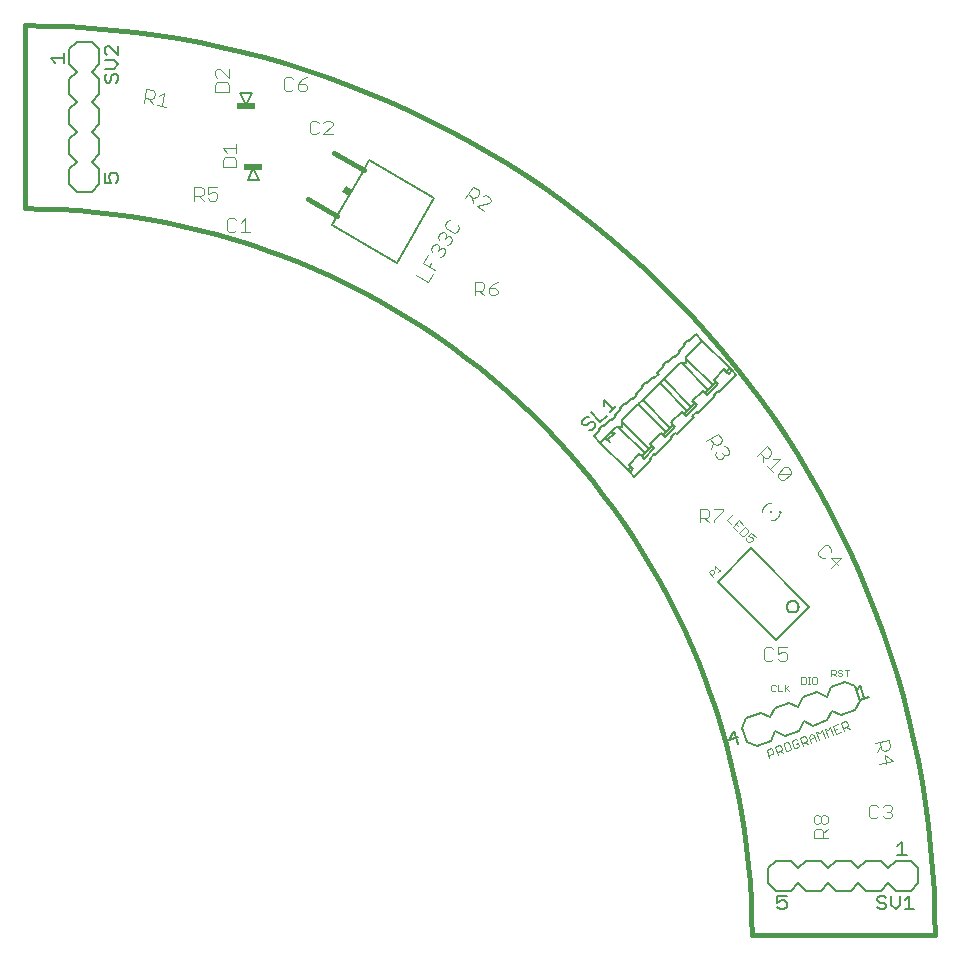
<source format=gto>
G75*
%MOIN*%
%OFA0B0*%
%FSLAX25Y25*%
%IPPOS*%
%LPD*%
%AMOC8*
5,1,8,0,0,1.08239X$1,22.5*
%
%ADD10C,0.01600*%
%ADD11C,0.00200*%
%ADD12C,0.00400*%
%ADD13C,0.00500*%
%ADD14R,0.02500X0.02500*%
%ADD15C,0.00800*%
%ADD16R,0.06200X0.02400*%
%ADD17R,0.00787X0.00787*%
%ADD18R,0.00591X0.00984*%
%ADD19C,0.00300*%
%ADD20C,0.00600*%
D10*
X0050737Y0333847D02*
X0058061Y0333758D01*
X0065381Y0333493D01*
X0072693Y0333051D01*
X0079991Y0332432D01*
X0087273Y0331637D01*
X0094533Y0330666D01*
X0101768Y0329520D01*
X0108973Y0328200D01*
X0116143Y0326706D01*
X0123276Y0325039D01*
X0130366Y0323200D01*
X0137410Y0321191D01*
X0144403Y0319012D01*
X0151342Y0316664D01*
X0158221Y0314150D01*
X0165038Y0311470D01*
X0171788Y0308626D01*
X0178468Y0305620D01*
X0185073Y0302453D01*
X0191599Y0299128D01*
X0198043Y0295645D01*
X0204402Y0292009D01*
X0210670Y0288219D01*
X0216845Y0284279D01*
X0222923Y0280192D01*
X0228901Y0275958D01*
X0234774Y0271581D01*
X0240540Y0267064D01*
X0246195Y0262409D01*
X0251736Y0257618D01*
X0257160Y0252695D01*
X0262463Y0247642D01*
X0267642Y0242463D01*
X0272695Y0237160D01*
X0277618Y0231736D01*
X0282409Y0226195D01*
X0287064Y0220540D01*
X0291581Y0214774D01*
X0295958Y0208901D01*
X0300192Y0202923D01*
X0304279Y0196845D01*
X0308219Y0190670D01*
X0312009Y0184402D01*
X0315645Y0178043D01*
X0319128Y0171599D01*
X0322453Y0165073D01*
X0325620Y0158468D01*
X0328626Y0151788D01*
X0331470Y0145038D01*
X0334150Y0138221D01*
X0336664Y0131342D01*
X0339012Y0124403D01*
X0341191Y0117410D01*
X0343200Y0110366D01*
X0345039Y0103276D01*
X0346706Y0096143D01*
X0348200Y0088973D01*
X0349520Y0081768D01*
X0350666Y0074533D01*
X0351637Y0067273D01*
X0352432Y0059991D01*
X0353051Y0052693D01*
X0353493Y0045381D01*
X0353758Y0038061D01*
X0353847Y0030737D01*
X0292824Y0030737D01*
X0292753Y0036587D01*
X0292541Y0042433D01*
X0292188Y0048273D01*
X0291694Y0054102D01*
X0291059Y0059917D01*
X0290284Y0065716D01*
X0289368Y0071494D01*
X0288314Y0077248D01*
X0287121Y0082976D01*
X0285789Y0088672D01*
X0284321Y0094335D01*
X0282716Y0099961D01*
X0280975Y0105546D01*
X0279101Y0111088D01*
X0277092Y0116582D01*
X0274952Y0122027D01*
X0272680Y0127418D01*
X0270279Y0132753D01*
X0267750Y0138028D01*
X0265094Y0143240D01*
X0262313Y0148387D01*
X0259409Y0153465D01*
X0256382Y0158472D01*
X0253236Y0163404D01*
X0249971Y0168258D01*
X0246589Y0173032D01*
X0243094Y0177723D01*
X0239486Y0182328D01*
X0235768Y0186845D01*
X0231942Y0191270D01*
X0228010Y0195602D01*
X0223974Y0199838D01*
X0219838Y0203974D01*
X0215602Y0208010D01*
X0211270Y0211942D01*
X0206845Y0215768D01*
X0202328Y0219486D01*
X0197723Y0223094D01*
X0193032Y0226589D01*
X0188258Y0229971D01*
X0183404Y0233236D01*
X0178472Y0236382D01*
X0173465Y0239409D01*
X0168387Y0242313D01*
X0163240Y0245094D01*
X0158028Y0247750D01*
X0152753Y0250279D01*
X0147418Y0252680D01*
X0142027Y0254952D01*
X0136582Y0257092D01*
X0131088Y0259101D01*
X0125546Y0260975D01*
X0119961Y0262716D01*
X0114335Y0264321D01*
X0108672Y0265789D01*
X0102976Y0267121D01*
X0097248Y0268314D01*
X0091494Y0269368D01*
X0085716Y0270284D01*
X0079917Y0271059D01*
X0074102Y0271694D01*
X0068273Y0272188D01*
X0062433Y0272541D01*
X0056587Y0272753D01*
X0050737Y0272824D01*
X0050737Y0333847D01*
X0145027Y0276097D02*
X0154770Y0270472D01*
X0163520Y0285628D02*
X0153777Y0291253D01*
D11*
X0280621Y0153648D02*
X0282178Y0152091D01*
X0281659Y0151572D02*
X0282697Y0152610D01*
X0280621Y0152610D02*
X0280621Y0153648D01*
X0279837Y0152345D02*
X0280356Y0151826D01*
X0280356Y0151307D01*
X0279578Y0150528D01*
X0280097Y0150009D02*
X0278540Y0151566D01*
X0279318Y0152345D01*
X0279837Y0152345D01*
X0309400Y0116602D02*
X0310501Y0116602D01*
X0310868Y0116235D01*
X0310868Y0114767D01*
X0310501Y0114400D01*
X0309400Y0114400D01*
X0309400Y0116602D01*
X0311610Y0116602D02*
X0312344Y0116602D01*
X0311977Y0116602D02*
X0311977Y0114400D01*
X0311610Y0114400D02*
X0312344Y0114400D01*
X0313083Y0114767D02*
X0313450Y0114400D01*
X0314184Y0114400D01*
X0314551Y0114767D01*
X0314551Y0116235D01*
X0314184Y0116602D01*
X0313450Y0116602D01*
X0313083Y0116235D01*
X0313083Y0114767D01*
X0319400Y0116900D02*
X0319400Y0119102D01*
X0320501Y0119102D01*
X0320868Y0118735D01*
X0320868Y0118001D01*
X0320501Y0117634D01*
X0319400Y0117634D01*
X0320134Y0117634D02*
X0320868Y0116900D01*
X0321610Y0117267D02*
X0321977Y0116900D01*
X0322711Y0116900D01*
X0323078Y0117267D01*
X0323078Y0117634D01*
X0322711Y0118001D01*
X0321977Y0118001D01*
X0321610Y0118368D01*
X0321610Y0118735D01*
X0321977Y0119102D01*
X0322711Y0119102D01*
X0323078Y0118735D01*
X0323820Y0119102D02*
X0325288Y0119102D01*
X0324554Y0119102D02*
X0324554Y0116900D01*
X0305288Y0114102D02*
X0303820Y0112634D01*
X0304187Y0113001D02*
X0305288Y0111900D01*
X0303820Y0111900D02*
X0303820Y0114102D01*
X0301610Y0114102D02*
X0301610Y0111900D01*
X0303078Y0111900D01*
X0300868Y0112267D02*
X0300501Y0111900D01*
X0299767Y0111900D01*
X0299400Y0112267D01*
X0299400Y0113735D01*
X0299767Y0114102D01*
X0300501Y0114102D01*
X0300868Y0113735D01*
D12*
X0302371Y0122000D02*
X0301604Y0122767D01*
X0302371Y0122000D02*
X0303906Y0122000D01*
X0304673Y0122767D01*
X0304673Y0124302D01*
X0303906Y0125069D01*
X0303139Y0125069D01*
X0301604Y0124302D01*
X0301604Y0126604D01*
X0304673Y0126604D01*
X0300069Y0125837D02*
X0299302Y0126604D01*
X0297767Y0126604D01*
X0297000Y0125837D01*
X0297000Y0122767D01*
X0297767Y0122000D01*
X0299302Y0122000D01*
X0300069Y0122767D01*
X0319466Y0152952D02*
X0322721Y0156208D01*
X0319466Y0156208D01*
X0321636Y0154037D01*
X0317296Y0156208D02*
X0316211Y0156208D01*
X0315125Y0157293D01*
X0315125Y0158378D01*
X0317296Y0160548D01*
X0318381Y0160548D01*
X0319466Y0159463D01*
X0319466Y0158378D01*
X0299439Y0174723D02*
X0299333Y0174726D01*
X0299227Y0174725D01*
X0299121Y0174721D01*
X0299016Y0174712D01*
X0298911Y0174700D01*
X0298806Y0174684D01*
X0298702Y0174664D01*
X0298598Y0174641D01*
X0298496Y0174613D01*
X0298395Y0174582D01*
X0298294Y0174548D01*
X0298196Y0174510D01*
X0298098Y0174468D01*
X0298002Y0174423D01*
X0297908Y0174374D01*
X0297816Y0174322D01*
X0297726Y0174266D01*
X0297637Y0174208D01*
X0297551Y0174146D01*
X0297468Y0174081D01*
X0297386Y0174013D01*
X0297307Y0173943D01*
X0297231Y0173869D01*
X0297157Y0173793D01*
X0297087Y0173714D01*
X0297019Y0173632D01*
X0296954Y0173549D01*
X0296892Y0173463D01*
X0296834Y0173374D01*
X0296778Y0173284D01*
X0296726Y0173192D01*
X0296677Y0173098D01*
X0296632Y0173002D01*
X0296590Y0172904D01*
X0296552Y0172806D01*
X0296518Y0172705D01*
X0296487Y0172604D01*
X0296459Y0172502D01*
X0296436Y0172398D01*
X0296416Y0172294D01*
X0296400Y0172189D01*
X0296388Y0172084D01*
X0296379Y0171979D01*
X0296375Y0171873D01*
X0296374Y0171767D01*
X0296377Y0171661D01*
X0299161Y0168877D02*
X0299267Y0168874D01*
X0299373Y0168875D01*
X0299479Y0168879D01*
X0299584Y0168888D01*
X0299689Y0168900D01*
X0299794Y0168916D01*
X0299898Y0168936D01*
X0300002Y0168959D01*
X0300104Y0168987D01*
X0300205Y0169018D01*
X0300306Y0169052D01*
X0300404Y0169090D01*
X0300502Y0169132D01*
X0300598Y0169177D01*
X0300692Y0169226D01*
X0300784Y0169278D01*
X0300874Y0169334D01*
X0300963Y0169392D01*
X0301049Y0169454D01*
X0301132Y0169519D01*
X0301214Y0169587D01*
X0301293Y0169657D01*
X0301369Y0169731D01*
X0301443Y0169807D01*
X0301513Y0169886D01*
X0301581Y0169968D01*
X0301646Y0170051D01*
X0301708Y0170137D01*
X0301766Y0170226D01*
X0301822Y0170316D01*
X0301874Y0170408D01*
X0301923Y0170502D01*
X0301968Y0170598D01*
X0302010Y0170696D01*
X0302048Y0170794D01*
X0302082Y0170895D01*
X0302113Y0170996D01*
X0302141Y0171098D01*
X0302164Y0171202D01*
X0302184Y0171306D01*
X0302200Y0171411D01*
X0302212Y0171516D01*
X0302221Y0171621D01*
X0302225Y0171727D01*
X0302226Y0171833D01*
X0302223Y0171939D01*
X0302721Y0182197D02*
X0301636Y0183282D01*
X0301636Y0184367D01*
X0305977Y0184367D01*
X0303807Y0182197D01*
X0302721Y0182197D01*
X0301636Y0184367D02*
X0303807Y0186537D01*
X0304892Y0186537D01*
X0305977Y0185452D01*
X0305977Y0184367D01*
X0300009Y0184910D02*
X0297838Y0187080D01*
X0296753Y0188165D02*
X0296753Y0190336D01*
X0297296Y0189793D02*
X0295668Y0191421D01*
X0294583Y0190336D02*
X0297838Y0193591D01*
X0299466Y0191963D01*
X0299466Y0190878D01*
X0298381Y0189793D01*
X0297296Y0189793D01*
X0300009Y0189250D02*
X0302179Y0189250D01*
X0298923Y0185995D01*
X0285221Y0190971D02*
X0284583Y0190544D01*
X0283519Y0190755D01*
X0283308Y0189691D01*
X0282670Y0189264D01*
X0281606Y0189475D01*
X0280752Y0190750D01*
X0280963Y0191814D01*
X0279472Y0192663D02*
X0279893Y0194792D01*
X0280320Y0194154D02*
X0279039Y0196067D01*
X0277764Y0195213D02*
X0281590Y0197774D01*
X0282871Y0195862D01*
X0282660Y0194797D01*
X0281384Y0193943D01*
X0280320Y0194154D01*
X0283513Y0193522D02*
X0284578Y0193311D01*
X0285432Y0192036D01*
X0285221Y0190971D01*
X0283519Y0190755D02*
X0283092Y0191393D01*
X0283230Y0172780D02*
X0283230Y0172013D01*
X0280160Y0168944D01*
X0280160Y0168177D01*
X0278626Y0168177D02*
X0277091Y0169711D01*
X0277858Y0169711D02*
X0275556Y0169711D01*
X0275556Y0168177D02*
X0275556Y0172780D01*
X0277858Y0172780D01*
X0278626Y0172013D01*
X0278626Y0170479D01*
X0277858Y0169711D01*
X0280160Y0172780D02*
X0283230Y0172780D01*
X0208240Y0244643D02*
X0208240Y0245410D01*
X0207472Y0246178D01*
X0205170Y0246178D01*
X0205170Y0244643D01*
X0205938Y0243876D01*
X0207472Y0243876D01*
X0208240Y0244643D01*
X0206705Y0247712D02*
X0205170Y0246178D01*
X0203636Y0246178D02*
X0202868Y0245410D01*
X0200566Y0245410D01*
X0200566Y0243876D02*
X0200566Y0248480D01*
X0202868Y0248480D01*
X0203636Y0247712D01*
X0203636Y0246178D01*
X0202101Y0245410D02*
X0203636Y0243876D01*
X0206705Y0247712D02*
X0208240Y0248480D01*
X0192327Y0260924D02*
X0193094Y0262253D01*
X0192813Y0263301D01*
X0192149Y0263685D01*
X0191101Y0263404D01*
X0190717Y0262739D01*
X0191101Y0263404D02*
X0190820Y0264452D01*
X0190155Y0264836D01*
X0189107Y0264555D01*
X0188340Y0263226D01*
X0188621Y0262177D01*
X0187853Y0260848D02*
X0188518Y0260465D01*
X0188799Y0259417D01*
X0189847Y0259697D01*
X0190511Y0259314D01*
X0190792Y0258266D01*
X0190025Y0256937D01*
X0188977Y0256656D01*
X0188415Y0258752D02*
X0188799Y0259417D01*
X0187853Y0260848D02*
X0186805Y0260568D01*
X0186038Y0259238D01*
X0186319Y0258190D01*
X0184887Y0257245D02*
X0183352Y0254587D01*
X0187339Y0252285D01*
X0186572Y0250956D02*
X0185037Y0248298D01*
X0181050Y0250600D01*
X0185346Y0253436D02*
X0186113Y0254765D01*
X0191279Y0260643D02*
X0192327Y0260924D01*
X0193581Y0264630D02*
X0194629Y0264911D01*
X0195396Y0266240D01*
X0195115Y0267288D01*
X0192457Y0268823D02*
X0191409Y0268542D01*
X0190642Y0267213D01*
X0190923Y0266165D01*
X0193581Y0264630D01*
X0199923Y0274607D02*
X0199497Y0276735D01*
X0200136Y0276310D02*
X0201200Y0276522D01*
X0202051Y0277799D01*
X0201839Y0278863D01*
X0199924Y0280140D01*
X0197369Y0276310D01*
X0198221Y0277587D02*
X0200136Y0276310D01*
X0201199Y0273756D02*
X0205456Y0274606D01*
X0205882Y0275245D01*
X0205669Y0276309D01*
X0204392Y0277160D01*
X0203328Y0276948D01*
X0201199Y0273756D02*
X0203753Y0272053D01*
X0153159Y0297502D02*
X0150089Y0297502D01*
X0153159Y0300571D01*
X0153159Y0301338D01*
X0152391Y0302105D01*
X0150857Y0302105D01*
X0150089Y0301338D01*
X0148555Y0301338D02*
X0147787Y0302105D01*
X0146253Y0302105D01*
X0145485Y0301338D01*
X0145485Y0298269D01*
X0146253Y0297502D01*
X0147787Y0297502D01*
X0148555Y0298269D01*
X0143906Y0312000D02*
X0144673Y0312767D01*
X0144673Y0313535D01*
X0143906Y0314302D01*
X0141604Y0314302D01*
X0141604Y0312767D01*
X0142371Y0312000D01*
X0143906Y0312000D01*
X0141604Y0314302D02*
X0143139Y0315837D01*
X0144673Y0316604D01*
X0140069Y0315837D02*
X0139302Y0316604D01*
X0137767Y0316604D01*
X0137000Y0315837D01*
X0137000Y0312767D01*
X0137767Y0312000D01*
X0139302Y0312000D01*
X0140069Y0312767D01*
X0121100Y0294465D02*
X0121100Y0291396D01*
X0121100Y0292931D02*
X0116496Y0292931D01*
X0118031Y0291396D01*
X0117263Y0289861D02*
X0116496Y0289094D01*
X0116496Y0286792D01*
X0121100Y0286792D01*
X0121100Y0289094D01*
X0120333Y0289861D01*
X0117263Y0289861D01*
X0114785Y0279988D02*
X0111716Y0279988D01*
X0111716Y0277686D01*
X0113251Y0278453D01*
X0114018Y0278453D01*
X0114785Y0277686D01*
X0114785Y0276151D01*
X0114018Y0275384D01*
X0112483Y0275384D01*
X0111716Y0276151D01*
X0110181Y0275384D02*
X0108647Y0276918D01*
X0109414Y0276918D02*
X0107112Y0276918D01*
X0107112Y0275384D02*
X0107112Y0279988D01*
X0109414Y0279988D01*
X0110181Y0279220D01*
X0110181Y0277686D01*
X0109414Y0276918D01*
X0117985Y0268838D02*
X0118753Y0269605D01*
X0120287Y0269605D01*
X0121055Y0268838D01*
X0122589Y0268071D02*
X0124124Y0269605D01*
X0124124Y0265002D01*
X0122589Y0265002D02*
X0125659Y0265002D01*
X0121055Y0265769D02*
X0120287Y0265002D01*
X0118753Y0265002D01*
X0117985Y0265769D01*
X0117985Y0268838D01*
X0097715Y0306629D02*
X0094704Y0307225D01*
X0093199Y0307523D02*
X0091991Y0309326D01*
X0092744Y0309177D02*
X0090486Y0309624D01*
X0090188Y0308119D02*
X0091082Y0312635D01*
X0093340Y0312188D01*
X0093944Y0311286D01*
X0093646Y0309781D01*
X0092744Y0309177D01*
X0095300Y0310236D02*
X0097104Y0311443D01*
X0096210Y0306927D01*
X0113996Y0311792D02*
X0113996Y0314094D01*
X0114763Y0314861D01*
X0117833Y0314861D01*
X0118600Y0314094D01*
X0118600Y0311792D01*
X0113996Y0311792D01*
X0114763Y0316396D02*
X0113996Y0317163D01*
X0113996Y0318698D01*
X0114763Y0319465D01*
X0115531Y0319465D01*
X0118600Y0316396D01*
X0118600Y0319465D01*
X0333997Y0094584D02*
X0338512Y0095487D01*
X0338963Y0093229D01*
X0338361Y0092326D01*
X0336856Y0092026D01*
X0335953Y0092628D01*
X0335502Y0094885D01*
X0335803Y0093380D02*
X0334598Y0091575D01*
X0337156Y0090521D02*
X0337758Y0087511D01*
X0339865Y0088715D02*
X0337156Y0090521D01*
X0335350Y0087812D02*
X0339865Y0088715D01*
X0338906Y0074104D02*
X0337371Y0074104D01*
X0336604Y0073337D01*
X0335069Y0073337D02*
X0334302Y0074104D01*
X0332767Y0074104D01*
X0332000Y0073337D01*
X0332000Y0070267D01*
X0332767Y0069500D01*
X0334302Y0069500D01*
X0335069Y0070267D01*
X0336604Y0070267D02*
X0337371Y0069500D01*
X0338906Y0069500D01*
X0339673Y0070267D01*
X0339673Y0071035D01*
X0338906Y0071802D01*
X0338139Y0071802D01*
X0338906Y0071802D02*
X0339673Y0072569D01*
X0339673Y0073337D01*
X0338906Y0074104D01*
X0318217Y0069983D02*
X0318217Y0068448D01*
X0317450Y0067681D01*
X0316683Y0067681D01*
X0315915Y0068448D01*
X0315915Y0069983D01*
X0316683Y0070750D01*
X0317450Y0070750D01*
X0318217Y0069983D01*
X0315915Y0069983D02*
X0315148Y0070750D01*
X0314381Y0070750D01*
X0313613Y0069983D01*
X0313613Y0068448D01*
X0314381Y0067681D01*
X0315148Y0067681D01*
X0315915Y0068448D01*
X0315915Y0066146D02*
X0314381Y0066146D01*
X0313613Y0065379D01*
X0313613Y0063077D01*
X0318217Y0063077D01*
X0316683Y0063077D02*
X0316683Y0065379D01*
X0315915Y0066146D01*
X0316683Y0064611D02*
X0318217Y0066146D01*
D13*
X0304484Y0043676D02*
X0301482Y0043676D01*
X0301482Y0041424D01*
X0302983Y0042175D01*
X0303733Y0042175D01*
X0304484Y0041424D01*
X0304484Y0039923D01*
X0303733Y0039172D01*
X0302232Y0039172D01*
X0301482Y0039923D01*
X0334774Y0039923D02*
X0335524Y0039172D01*
X0337026Y0039172D01*
X0337776Y0039923D01*
X0337776Y0040673D01*
X0337026Y0041424D01*
X0335524Y0041424D01*
X0334774Y0042175D01*
X0334774Y0042925D01*
X0335524Y0043676D01*
X0337026Y0043676D01*
X0337776Y0042925D01*
X0339378Y0043676D02*
X0339378Y0040673D01*
X0340879Y0039172D01*
X0342380Y0040673D01*
X0342380Y0043676D01*
X0343981Y0042175D02*
X0345483Y0043676D01*
X0345483Y0039172D01*
X0346984Y0039172D02*
X0343981Y0039172D01*
X0344484Y0057172D02*
X0341482Y0057172D01*
X0342983Y0057172D02*
X0342983Y0061676D01*
X0341482Y0060175D01*
X0329001Y0109076D02*
X0331822Y0110103D01*
X0330411Y0109589D02*
X0328871Y0113822D01*
X0327974Y0111898D01*
X0300976Y0128989D02*
X0312111Y0140124D01*
X0292624Y0159611D01*
X0281489Y0148476D01*
X0300976Y0128989D01*
X0304575Y0140124D02*
X0304577Y0140212D01*
X0304583Y0140300D01*
X0304593Y0140388D01*
X0304607Y0140476D01*
X0304624Y0140562D01*
X0304646Y0140648D01*
X0304671Y0140732D01*
X0304701Y0140816D01*
X0304733Y0140898D01*
X0304770Y0140978D01*
X0304810Y0141057D01*
X0304854Y0141134D01*
X0304901Y0141209D01*
X0304951Y0141281D01*
X0305005Y0141352D01*
X0305061Y0141419D01*
X0305121Y0141485D01*
X0305183Y0141547D01*
X0305249Y0141607D01*
X0305316Y0141663D01*
X0305387Y0141717D01*
X0305459Y0141767D01*
X0305534Y0141814D01*
X0305611Y0141858D01*
X0305690Y0141898D01*
X0305770Y0141935D01*
X0305852Y0141967D01*
X0305936Y0141997D01*
X0306020Y0142022D01*
X0306106Y0142044D01*
X0306192Y0142061D01*
X0306280Y0142075D01*
X0306368Y0142085D01*
X0306456Y0142091D01*
X0306544Y0142093D01*
X0306632Y0142091D01*
X0306720Y0142085D01*
X0306808Y0142075D01*
X0306896Y0142061D01*
X0306982Y0142044D01*
X0307068Y0142022D01*
X0307152Y0141997D01*
X0307236Y0141967D01*
X0307318Y0141935D01*
X0307398Y0141898D01*
X0307477Y0141858D01*
X0307554Y0141814D01*
X0307629Y0141767D01*
X0307701Y0141717D01*
X0307772Y0141663D01*
X0307839Y0141607D01*
X0307905Y0141547D01*
X0307967Y0141485D01*
X0308027Y0141419D01*
X0308083Y0141352D01*
X0308137Y0141281D01*
X0308187Y0141209D01*
X0308234Y0141134D01*
X0308278Y0141057D01*
X0308318Y0140978D01*
X0308355Y0140898D01*
X0308387Y0140816D01*
X0308417Y0140732D01*
X0308442Y0140648D01*
X0308464Y0140562D01*
X0308481Y0140476D01*
X0308495Y0140388D01*
X0308505Y0140300D01*
X0308511Y0140212D01*
X0308513Y0140124D01*
X0308511Y0140036D01*
X0308505Y0139948D01*
X0308495Y0139860D01*
X0308481Y0139772D01*
X0308464Y0139686D01*
X0308442Y0139600D01*
X0308417Y0139516D01*
X0308387Y0139432D01*
X0308355Y0139350D01*
X0308318Y0139270D01*
X0308278Y0139191D01*
X0308234Y0139114D01*
X0308187Y0139039D01*
X0308137Y0138967D01*
X0308083Y0138896D01*
X0308027Y0138829D01*
X0307967Y0138763D01*
X0307905Y0138701D01*
X0307839Y0138641D01*
X0307772Y0138585D01*
X0307701Y0138531D01*
X0307629Y0138481D01*
X0307554Y0138434D01*
X0307477Y0138390D01*
X0307398Y0138350D01*
X0307318Y0138313D01*
X0307236Y0138281D01*
X0307152Y0138251D01*
X0307068Y0138226D01*
X0306982Y0138204D01*
X0306896Y0138187D01*
X0306808Y0138173D01*
X0306720Y0138163D01*
X0306632Y0138157D01*
X0306544Y0138155D01*
X0306456Y0138157D01*
X0306368Y0138163D01*
X0306280Y0138173D01*
X0306192Y0138187D01*
X0306106Y0138204D01*
X0306020Y0138226D01*
X0305936Y0138251D01*
X0305852Y0138281D01*
X0305770Y0138313D01*
X0305690Y0138350D01*
X0305611Y0138390D01*
X0305534Y0138434D01*
X0305459Y0138481D01*
X0305387Y0138531D01*
X0305316Y0138585D01*
X0305249Y0138641D01*
X0305183Y0138701D01*
X0305121Y0138763D01*
X0305061Y0138829D01*
X0305005Y0138896D01*
X0304951Y0138967D01*
X0304901Y0139039D01*
X0304854Y0139114D01*
X0304810Y0139191D01*
X0304770Y0139270D01*
X0304733Y0139350D01*
X0304701Y0139432D01*
X0304671Y0139516D01*
X0304646Y0139600D01*
X0304624Y0139686D01*
X0304607Y0139772D01*
X0304593Y0139860D01*
X0304583Y0139948D01*
X0304577Y0140036D01*
X0304575Y0140124D01*
X0286820Y0098517D02*
X0285474Y0095630D01*
X0288296Y0096657D01*
X0288361Y0094284D02*
X0286820Y0098517D01*
X0245616Y0194866D02*
X0244012Y0196470D01*
X0244814Y0195668D02*
X0247221Y0198074D01*
X0245616Y0198074D01*
X0242382Y0201641D02*
X0244506Y0203764D01*
X0245638Y0204896D02*
X0247761Y0207019D01*
X0246699Y0205958D02*
X0243515Y0209143D01*
X0243515Y0207019D01*
X0239198Y0204826D02*
X0242382Y0201641D01*
X0240719Y0201039D02*
X0240719Y0199978D01*
X0239658Y0198916D01*
X0238596Y0198916D01*
X0238065Y0200509D02*
X0239127Y0201570D01*
X0240189Y0201570D01*
X0240719Y0201039D01*
X0238065Y0200509D02*
X0237004Y0200509D01*
X0236473Y0201039D01*
X0236473Y0202101D01*
X0237535Y0203162D01*
X0238596Y0203162D01*
X0174545Y0254725D02*
X0152895Y0267225D01*
X0154770Y0270472D01*
X0163520Y0285628D01*
X0165395Y0288875D01*
X0187045Y0276375D01*
X0174545Y0254725D01*
X0081672Y0282232D02*
X0080921Y0281482D01*
X0081672Y0282232D02*
X0081672Y0283733D01*
X0080921Y0284484D01*
X0079420Y0284484D01*
X0078669Y0283733D01*
X0078669Y0282983D01*
X0079420Y0281482D01*
X0077168Y0281482D01*
X0077168Y0284484D01*
X0077919Y0314774D02*
X0078669Y0314774D01*
X0079420Y0315524D01*
X0079420Y0317026D01*
X0080171Y0317776D01*
X0080921Y0317776D01*
X0081672Y0317026D01*
X0081672Y0315524D01*
X0080921Y0314774D01*
X0077919Y0314774D02*
X0077168Y0315524D01*
X0077168Y0317026D01*
X0077919Y0317776D01*
X0077168Y0319378D02*
X0080171Y0319378D01*
X0081672Y0320879D01*
X0080171Y0322380D01*
X0077168Y0322380D01*
X0077919Y0323981D02*
X0077168Y0324732D01*
X0077168Y0326233D01*
X0077919Y0326984D01*
X0078669Y0326984D01*
X0081672Y0323981D01*
X0081672Y0326984D01*
X0063672Y0324484D02*
X0063672Y0321482D01*
X0063672Y0322983D02*
X0059168Y0322983D01*
X0060669Y0321482D01*
D14*
G36*
X0156355Y0278218D02*
X0157605Y0280382D01*
X0159769Y0279132D01*
X0158519Y0276968D01*
X0156355Y0278218D01*
G37*
D15*
X0128769Y0282331D02*
X0124831Y0282331D01*
X0126800Y0286269D01*
X0128769Y0282331D01*
X0124300Y0307331D02*
X0126269Y0311269D01*
X0122331Y0311269D01*
X0124300Y0307331D01*
D16*
X0124300Y0307100D03*
X0126800Y0286500D03*
D17*
G36*
X0299855Y0171800D02*
X0299300Y0171245D01*
X0298745Y0171800D01*
X0299300Y0172355D01*
X0299855Y0171800D01*
G37*
D18*
G36*
X0302918Y0171522D02*
X0302501Y0171105D01*
X0301806Y0171800D01*
X0302223Y0172217D01*
X0302918Y0171522D01*
G37*
D19*
X0294183Y0163305D02*
X0292815Y0164673D01*
X0291789Y0163647D01*
X0292815Y0163305D01*
X0293157Y0162963D01*
X0293157Y0162278D01*
X0292473Y0161594D01*
X0291789Y0161594D01*
X0291105Y0162278D01*
X0291105Y0162963D01*
X0290389Y0163678D02*
X0291758Y0165046D01*
X0291758Y0165730D01*
X0290731Y0166756D01*
X0288679Y0164704D01*
X0289705Y0163678D01*
X0290389Y0163678D01*
X0287964Y0165419D02*
X0286596Y0166788D01*
X0288648Y0168840D01*
X0290016Y0167472D01*
X0288306Y0167130D02*
X0287622Y0167814D01*
X0285880Y0167503D02*
X0284512Y0168871D01*
X0286564Y0170923D01*
X0319971Y0100429D02*
X0321789Y0101091D01*
X0322739Y0101437D02*
X0323732Y0098710D01*
X0323401Y0099619D02*
X0324765Y0100115D01*
X0325054Y0100735D01*
X0324723Y0101644D01*
X0324103Y0101934D01*
X0322739Y0101437D01*
X0324310Y0099950D02*
X0325550Y0099372D01*
X0322782Y0098364D02*
X0320963Y0097702D01*
X0319971Y0100429D01*
X0319020Y0100084D02*
X0320013Y0097356D01*
X0320467Y0099066D02*
X0321376Y0099397D01*
X0319020Y0100084D02*
X0318442Y0098843D01*
X0317202Y0099422D01*
X0318195Y0096694D01*
X0317244Y0096348D02*
X0316251Y0099076D01*
X0315673Y0097836D01*
X0314433Y0098414D01*
X0315426Y0095687D01*
X0314475Y0095341D02*
X0313813Y0097159D01*
X0312573Y0097737D01*
X0311995Y0096497D01*
X0312657Y0094679D01*
X0311706Y0094333D02*
X0310466Y0094911D01*
X0310921Y0095076D02*
X0309557Y0094580D01*
X0309888Y0093671D02*
X0308895Y0096398D01*
X0310259Y0096895D01*
X0310879Y0096606D01*
X0311210Y0095697D01*
X0310921Y0095076D01*
X0312161Y0096042D02*
X0313979Y0096704D01*
X0308441Y0094689D02*
X0307532Y0094358D01*
X0308441Y0094689D02*
X0308772Y0093780D01*
X0308483Y0093160D01*
X0307574Y0092829D01*
X0306954Y0093118D01*
X0306292Y0094936D01*
X0306581Y0095556D01*
X0307490Y0095887D01*
X0308110Y0095598D01*
X0305342Y0094590D02*
X0306003Y0092772D01*
X0305714Y0092152D01*
X0304805Y0091821D01*
X0304185Y0092110D01*
X0303523Y0093928D01*
X0303812Y0094548D01*
X0304722Y0094879D01*
X0305342Y0094590D01*
X0302573Y0093582D02*
X0302904Y0092673D01*
X0302614Y0092053D01*
X0301251Y0091557D01*
X0302160Y0091888D02*
X0303400Y0091310D01*
X0301582Y0090648D02*
X0300589Y0093375D01*
X0301953Y0093871D01*
X0302573Y0093582D01*
X0299804Y0092575D02*
X0299184Y0092864D01*
X0297820Y0092367D01*
X0298813Y0089640D01*
X0298482Y0090549D02*
X0299846Y0091045D01*
X0300135Y0091665D01*
X0299804Y0092575D01*
D20*
X0299264Y0095326D02*
X0300758Y0098531D01*
X0303962Y0097036D01*
X0308661Y0098746D01*
X0310155Y0101951D01*
X0313359Y0100457D01*
X0318058Y0102167D01*
X0319552Y0105371D01*
X0322756Y0103877D01*
X0327455Y0105587D01*
X0328949Y0108791D01*
X0327239Y0113490D01*
X0324035Y0114984D01*
X0319336Y0113274D01*
X0317842Y0110069D01*
X0314638Y0111564D01*
X0309939Y0109854D01*
X0308445Y0106649D01*
X0305241Y0108143D01*
X0300542Y0106433D01*
X0299048Y0103229D01*
X0295844Y0104723D01*
X0291145Y0103013D01*
X0289651Y0099809D01*
X0291361Y0095110D01*
X0294565Y0093616D01*
X0299264Y0095326D01*
X0300835Y0055422D02*
X0298335Y0052922D01*
X0298335Y0047922D01*
X0300835Y0045422D01*
X0305835Y0045422D01*
X0308335Y0047922D01*
X0310835Y0045422D01*
X0315835Y0045422D01*
X0318335Y0047922D01*
X0320835Y0045422D01*
X0325835Y0045422D01*
X0328335Y0047922D01*
X0330835Y0045422D01*
X0335835Y0045422D01*
X0338335Y0047922D01*
X0340835Y0045422D01*
X0345835Y0045422D01*
X0348335Y0047922D01*
X0348335Y0052922D01*
X0345835Y0055422D01*
X0340835Y0055422D01*
X0338335Y0052922D01*
X0335835Y0055422D01*
X0330835Y0055422D01*
X0328335Y0052922D01*
X0325835Y0055422D01*
X0320835Y0055422D01*
X0318335Y0052922D01*
X0315835Y0055422D01*
X0310835Y0055422D01*
X0308335Y0052922D01*
X0305835Y0055422D01*
X0300835Y0055422D01*
X0253693Y0183465D02*
X0252279Y0184880D01*
X0251572Y0185587D01*
X0252633Y0186647D01*
X0251926Y0187355D01*
X0255461Y0190890D01*
X0256168Y0190183D01*
X0257229Y0191244D01*
X0248390Y0200082D01*
X0249804Y0200082D01*
X0249804Y0201497D01*
X0258643Y0192658D01*
X0259704Y0193719D01*
X0258997Y0194426D01*
X0262532Y0197961D01*
X0263239Y0197254D01*
X0264300Y0198315D01*
X0255108Y0207507D01*
X0256522Y0208921D01*
X0262179Y0214578D01*
X0263593Y0215992D01*
X0268896Y0221296D01*
X0269603Y0221296D01*
X0278442Y0212457D01*
X0279856Y0213871D01*
X0271018Y0222710D01*
X0271018Y0223417D01*
X0276321Y0228720D01*
X0285513Y0219528D01*
X0286220Y0218821D01*
X0285160Y0217760D01*
X0284453Y0218467D01*
X0283745Y0219174D01*
X0280210Y0215639D01*
X0280917Y0214932D01*
X0279856Y0213871D01*
X0280917Y0214932D02*
X0281624Y0214225D01*
X0278089Y0210689D01*
X0277381Y0211396D01*
X0278442Y0212457D01*
X0277381Y0211396D02*
X0276674Y0212103D01*
X0273139Y0208568D01*
X0273846Y0207861D01*
X0272785Y0206800D01*
X0271371Y0205386D01*
X0270310Y0204325D01*
X0269603Y0205032D01*
X0266068Y0201497D01*
X0266775Y0200790D01*
X0265714Y0199729D01*
X0256522Y0208921D01*
X0255108Y0207507D02*
X0249804Y0202204D01*
X0249804Y0201497D01*
X0248390Y0200082D02*
X0247683Y0200082D01*
X0242380Y0194779D01*
X0251572Y0185587D01*
X0252279Y0184880D02*
X0253340Y0185940D01*
X0252633Y0186647D01*
X0253693Y0183465D02*
X0259350Y0189122D01*
X0258997Y0189476D01*
X0260411Y0190890D01*
X0260764Y0190537D01*
X0266421Y0196193D01*
X0266068Y0196547D01*
X0267482Y0197961D01*
X0267836Y0197608D01*
X0273492Y0203264D01*
X0273139Y0203618D01*
X0274553Y0205032D01*
X0274907Y0204679D01*
X0280563Y0210336D01*
X0280210Y0210689D01*
X0281624Y0212103D01*
X0281978Y0211750D01*
X0287635Y0217407D01*
X0286220Y0218821D01*
X0285513Y0219528D02*
X0284453Y0218467D01*
X0276321Y0228720D02*
X0274199Y0230842D01*
X0272078Y0228720D01*
X0271725Y0229074D01*
X0270310Y0227660D01*
X0270664Y0227306D01*
X0268543Y0225185D01*
X0268896Y0224831D01*
X0267482Y0223417D01*
X0267128Y0223771D01*
X0265007Y0221649D01*
X0264654Y0222003D01*
X0263239Y0220589D01*
X0263593Y0220235D01*
X0261472Y0218114D01*
X0261825Y0217760D01*
X0260411Y0216346D01*
X0260057Y0216699D01*
X0257936Y0214578D01*
X0257582Y0214932D01*
X0256168Y0213518D01*
X0256522Y0213164D01*
X0254401Y0211043D01*
X0254754Y0210689D01*
X0253340Y0209275D01*
X0252986Y0209628D01*
X0250865Y0207507D01*
X0250511Y0207861D01*
X0249097Y0206446D01*
X0249451Y0206093D01*
X0247329Y0203972D01*
X0247683Y0203618D01*
X0246269Y0202204D01*
X0245915Y0202557D01*
X0243794Y0200436D01*
X0243440Y0200790D01*
X0242026Y0199375D01*
X0242380Y0199022D01*
X0240258Y0196901D01*
X0242380Y0194779D01*
X0256168Y0190183D02*
X0256875Y0189476D01*
X0260411Y0193011D01*
X0259704Y0193719D01*
X0258643Y0192658D02*
X0257229Y0191244D01*
X0263239Y0197254D02*
X0263946Y0196547D01*
X0267482Y0200082D01*
X0266775Y0200790D01*
X0265714Y0199729D02*
X0264300Y0198315D01*
X0270310Y0204325D02*
X0271018Y0203618D01*
X0274553Y0207154D01*
X0273846Y0207861D01*
X0272785Y0206800D02*
X0263593Y0215992D01*
X0262179Y0214578D02*
X0271371Y0205386D01*
X0271018Y0221296D02*
X0269603Y0221296D01*
X0271018Y0221296D02*
X0271018Y0222710D01*
X0075422Y0280835D02*
X0072922Y0278335D01*
X0067922Y0278335D01*
X0065422Y0280835D01*
X0065422Y0285835D01*
X0067922Y0288335D01*
X0065422Y0290835D01*
X0065422Y0295835D01*
X0067922Y0298335D01*
X0065422Y0300835D01*
X0065422Y0305835D01*
X0067922Y0308335D01*
X0065422Y0310835D01*
X0065422Y0315835D01*
X0067922Y0318335D01*
X0065422Y0320835D01*
X0065422Y0325835D01*
X0067922Y0328335D01*
X0072922Y0328335D01*
X0075422Y0325835D01*
X0075422Y0320835D01*
X0072922Y0318335D01*
X0075422Y0315835D01*
X0075422Y0310835D01*
X0072922Y0308335D01*
X0075422Y0305835D01*
X0075422Y0300835D01*
X0072922Y0298335D01*
X0075422Y0295835D01*
X0075422Y0290835D01*
X0072922Y0288335D01*
X0075422Y0285835D01*
X0075422Y0280835D01*
M02*

</source>
